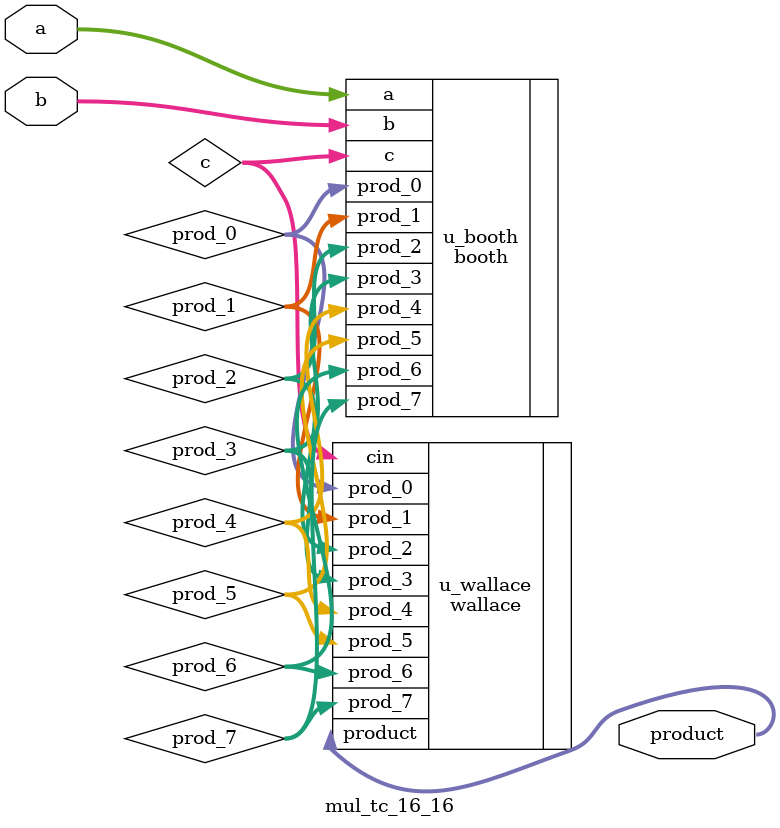
<source format=v>

module mul_tc_16_16 (
    input   [15:0]      a, 
    input   [15:0]      b,
    output [31:0]      product
);
wire [31:0] prod_0, prod_1, prod_2, prod_3, prod_4, prod_5, prod_6, prod_7;
wire [7:0] c;

booth u_booth( .a(a), .b(b), .prod_0(prod_0), .prod_1(prod_1), .prod_2(prod_2), .prod_3(prod_3), .prod_4(prod_4), .prod_5(prod_5), .prod_6(prod_6), .prod_7(prod_7), .c(c));

wallace u_wallace( .prod_0(prod_0), .prod_1(prod_1), .prod_2(prod_2), .prod_3(prod_3), .prod_4(prod_4), .prod_5(prod_5), .prod_6(prod_6), .prod_7(prod_7), .cin(c), .product(product));

endmodule



</source>
